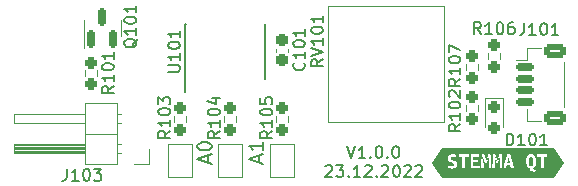
<source format=gbr>
%TF.GenerationSoftware,KiCad,Pcbnew,(6.0.10-0)*%
%TF.CreationDate,2022-12-23T16:53:29-05:00*%
%TF.ProjectId,LCD-StemmaQT,4c43442d-5374-4656-9d6d-6151542e6b69,1.0.0*%
%TF.SameCoordinates,Original*%
%TF.FileFunction,Legend,Top*%
%TF.FilePolarity,Positive*%
%FSLAX46Y46*%
G04 Gerber Fmt 4.6, Leading zero omitted, Abs format (unit mm)*
G04 Created by KiCad (PCBNEW (6.0.10-0)) date 2022-12-23 16:53:29*
%MOMM*%
%LPD*%
G01*
G04 APERTURE LIST*
G04 Aperture macros list*
%AMRoundRect*
0 Rectangle with rounded corners*
0 $1 Rounding radius*
0 $2 $3 $4 $5 $6 $7 $8 $9 X,Y pos of 4 corners*
0 Add a 4 corners polygon primitive as box body*
4,1,4,$2,$3,$4,$5,$6,$7,$8,$9,$2,$3,0*
0 Add four circle primitives for the rounded corners*
1,1,$1+$1,$2,$3*
1,1,$1+$1,$4,$5*
1,1,$1+$1,$6,$7*
1,1,$1+$1,$8,$9*
0 Add four rect primitives between the rounded corners*
20,1,$1+$1,$2,$3,$4,$5,0*
20,1,$1+$1,$4,$5,$6,$7,0*
20,1,$1+$1,$6,$7,$8,$9,0*
20,1,$1+$1,$8,$9,$2,$3,0*%
%AMFreePoly0*
4,1,6,1.000000,0.000000,0.500000,-0.750000,-0.500000,-0.750000,-0.500000,0.750000,0.500000,0.750000,1.000000,0.000000,1.000000,0.000000,$1*%
%AMFreePoly1*
4,1,6,0.500000,-0.750000,-0.650000,-0.750000,-0.150000,0.000000,-0.650000,0.750000,0.500000,0.750000,0.500000,-0.750000,0.500000,-0.750000,$1*%
G04 Aperture macros list end*
%ADD10C,0.150000*%
%ADD11C,0.200000*%
%ADD12C,0.120000*%
%ADD13R,0.400000X1.000000*%
%ADD14FreePoly0,90.000000*%
%ADD15FreePoly1,90.000000*%
%ADD16RoundRect,0.237500X0.237500X-0.300000X0.237500X0.300000X-0.237500X0.300000X-0.237500X-0.300000X0*%
%ADD17RoundRect,0.237500X-0.237500X0.250000X-0.237500X-0.250000X0.237500X-0.250000X0.237500X0.250000X0*%
%ADD18C,1.440000*%
%ADD19RoundRect,0.150000X-0.625000X0.150000X-0.625000X-0.150000X0.625000X-0.150000X0.625000X0.150000X0*%
%ADD20RoundRect,0.250000X-0.650000X0.350000X-0.650000X-0.350000X0.650000X-0.350000X0.650000X0.350000X0*%
%ADD21RoundRect,0.237500X-0.237500X0.287500X-0.237500X-0.287500X0.237500X-0.287500X0.237500X0.287500X0*%
%ADD22RoundRect,0.150000X0.150000X-0.587500X0.150000X0.587500X-0.150000X0.587500X-0.150000X-0.587500X0*%
%ADD23RoundRect,0.237500X0.237500X-0.250000X0.237500X0.250000X-0.237500X0.250000X-0.237500X-0.250000X0*%
%ADD24R,1.700000X1.700000*%
%ADD25O,1.700000X1.700000*%
G04 APERTURE END LIST*
D10*
X157661904Y-98122380D02*
X157995238Y-99122380D01*
X158328571Y-98122380D01*
X159185714Y-99122380D02*
X158614285Y-99122380D01*
X158900000Y-99122380D02*
X158900000Y-98122380D01*
X158804761Y-98265238D01*
X158709523Y-98360476D01*
X158614285Y-98408095D01*
X159614285Y-99027142D02*
X159661904Y-99074761D01*
X159614285Y-99122380D01*
X159566666Y-99074761D01*
X159614285Y-99027142D01*
X159614285Y-99122380D01*
X160280952Y-98122380D02*
X160376190Y-98122380D01*
X160471428Y-98170000D01*
X160519047Y-98217619D01*
X160566666Y-98312857D01*
X160614285Y-98503333D01*
X160614285Y-98741428D01*
X160566666Y-98931904D01*
X160519047Y-99027142D01*
X160471428Y-99074761D01*
X160376190Y-99122380D01*
X160280952Y-99122380D01*
X160185714Y-99074761D01*
X160138095Y-99027142D01*
X160090476Y-98931904D01*
X160042857Y-98741428D01*
X160042857Y-98503333D01*
X160090476Y-98312857D01*
X160138095Y-98217619D01*
X160185714Y-98170000D01*
X160280952Y-98122380D01*
X161042857Y-99027142D02*
X161090476Y-99074761D01*
X161042857Y-99122380D01*
X160995238Y-99074761D01*
X161042857Y-99027142D01*
X161042857Y-99122380D01*
X161709523Y-98122380D02*
X161804761Y-98122380D01*
X161900000Y-98170000D01*
X161947619Y-98217619D01*
X161995238Y-98312857D01*
X162042857Y-98503333D01*
X162042857Y-98741428D01*
X161995238Y-98931904D01*
X161947619Y-99027142D01*
X161900000Y-99074761D01*
X161804761Y-99122380D01*
X161709523Y-99122380D01*
X161614285Y-99074761D01*
X161566666Y-99027142D01*
X161519047Y-98931904D01*
X161471428Y-98741428D01*
X161471428Y-98503333D01*
X161519047Y-98312857D01*
X161566666Y-98217619D01*
X161614285Y-98170000D01*
X161709523Y-98122380D01*
X155804761Y-99827619D02*
X155852380Y-99780000D01*
X155947619Y-99732380D01*
X156185714Y-99732380D01*
X156280952Y-99780000D01*
X156328571Y-99827619D01*
X156376190Y-99922857D01*
X156376190Y-100018095D01*
X156328571Y-100160952D01*
X155757142Y-100732380D01*
X156376190Y-100732380D01*
X156709523Y-99732380D02*
X157328571Y-99732380D01*
X156995238Y-100113333D01*
X157138095Y-100113333D01*
X157233333Y-100160952D01*
X157280952Y-100208571D01*
X157328571Y-100303809D01*
X157328571Y-100541904D01*
X157280952Y-100637142D01*
X157233333Y-100684761D01*
X157138095Y-100732380D01*
X156852380Y-100732380D01*
X156757142Y-100684761D01*
X156709523Y-100637142D01*
X157757142Y-100637142D02*
X157804761Y-100684761D01*
X157757142Y-100732380D01*
X157709523Y-100684761D01*
X157757142Y-100637142D01*
X157757142Y-100732380D01*
X158757142Y-100732380D02*
X158185714Y-100732380D01*
X158471428Y-100732380D02*
X158471428Y-99732380D01*
X158376190Y-99875238D01*
X158280952Y-99970476D01*
X158185714Y-100018095D01*
X159138095Y-99827619D02*
X159185714Y-99780000D01*
X159280952Y-99732380D01*
X159519047Y-99732380D01*
X159614285Y-99780000D01*
X159661904Y-99827619D01*
X159709523Y-99922857D01*
X159709523Y-100018095D01*
X159661904Y-100160952D01*
X159090476Y-100732380D01*
X159709523Y-100732380D01*
X160138095Y-100637142D02*
X160185714Y-100684761D01*
X160138095Y-100732380D01*
X160090476Y-100684761D01*
X160138095Y-100637142D01*
X160138095Y-100732380D01*
X160566666Y-99827619D02*
X160614285Y-99780000D01*
X160709523Y-99732380D01*
X160947619Y-99732380D01*
X161042857Y-99780000D01*
X161090476Y-99827619D01*
X161138095Y-99922857D01*
X161138095Y-100018095D01*
X161090476Y-100160952D01*
X160519047Y-100732380D01*
X161138095Y-100732380D01*
X161757142Y-99732380D02*
X161852380Y-99732380D01*
X161947619Y-99780000D01*
X161995238Y-99827619D01*
X162042857Y-99922857D01*
X162090476Y-100113333D01*
X162090476Y-100351428D01*
X162042857Y-100541904D01*
X161995238Y-100637142D01*
X161947619Y-100684761D01*
X161852380Y-100732380D01*
X161757142Y-100732380D01*
X161661904Y-100684761D01*
X161614285Y-100637142D01*
X161566666Y-100541904D01*
X161519047Y-100351428D01*
X161519047Y-100113333D01*
X161566666Y-99922857D01*
X161614285Y-99827619D01*
X161661904Y-99780000D01*
X161757142Y-99732380D01*
X162471428Y-99827619D02*
X162519047Y-99780000D01*
X162614285Y-99732380D01*
X162852380Y-99732380D01*
X162947619Y-99780000D01*
X162995238Y-99827619D01*
X163042857Y-99922857D01*
X163042857Y-100018095D01*
X162995238Y-100160952D01*
X162423809Y-100732380D01*
X163042857Y-100732380D01*
X163423809Y-99827619D02*
X163471428Y-99780000D01*
X163566666Y-99732380D01*
X163804761Y-99732380D01*
X163900000Y-99780000D01*
X163947619Y-99827619D01*
X163995238Y-99922857D01*
X163995238Y-100018095D01*
X163947619Y-100160952D01*
X163376190Y-100732380D01*
X163995238Y-100732380D01*
D11*
X150175000Y-99482142D02*
X150175000Y-98910714D01*
X150517857Y-99596428D02*
X149317857Y-99196428D01*
X150517857Y-98796428D01*
X150517857Y-97767857D02*
X150517857Y-98453571D01*
X150517857Y-98110714D02*
X149317857Y-98110714D01*
X149489285Y-98225000D01*
X149603571Y-98339285D01*
X149660714Y-98453571D01*
X145825000Y-99507142D02*
X145825000Y-98935714D01*
X146167857Y-99621428D02*
X144967857Y-99221428D01*
X146167857Y-98821428D01*
X144967857Y-98192857D02*
X144967857Y-98078571D01*
X145025000Y-97964285D01*
X145082142Y-97907142D01*
X145196428Y-97850000D01*
X145425000Y-97792857D01*
X145710714Y-97792857D01*
X145939285Y-97850000D01*
X146053571Y-97907142D01*
X146110714Y-97964285D01*
X146167857Y-98078571D01*
X146167857Y-98192857D01*
X146110714Y-98307142D01*
X146053571Y-98364285D01*
X145939285Y-98421428D01*
X145710714Y-98478571D01*
X145425000Y-98478571D01*
X145196428Y-98421428D01*
X145082142Y-98364285D01*
X145025000Y-98307142D01*
X144967857Y-98192857D01*
D10*
%TO.C,U101*%
X142477380Y-91814285D02*
X143286904Y-91814285D01*
X143382142Y-91766666D01*
X143429761Y-91719047D01*
X143477380Y-91623809D01*
X143477380Y-91433333D01*
X143429761Y-91338095D01*
X143382142Y-91290476D01*
X143286904Y-91242857D01*
X142477380Y-91242857D01*
X143477380Y-90242857D02*
X143477380Y-90814285D01*
X143477380Y-90528571D02*
X142477380Y-90528571D01*
X142620238Y-90623809D01*
X142715476Y-90719047D01*
X142763095Y-90814285D01*
X142477380Y-89623809D02*
X142477380Y-89528571D01*
X142525000Y-89433333D01*
X142572619Y-89385714D01*
X142667857Y-89338095D01*
X142858333Y-89290476D01*
X143096428Y-89290476D01*
X143286904Y-89338095D01*
X143382142Y-89385714D01*
X143429761Y-89433333D01*
X143477380Y-89528571D01*
X143477380Y-89623809D01*
X143429761Y-89719047D01*
X143382142Y-89766666D01*
X143286904Y-89814285D01*
X143096428Y-89861904D01*
X142858333Y-89861904D01*
X142667857Y-89814285D01*
X142572619Y-89766666D01*
X142525000Y-89719047D01*
X142477380Y-89623809D01*
X143477380Y-88338095D02*
X143477380Y-88909523D01*
X143477380Y-88623809D02*
X142477380Y-88623809D01*
X142620238Y-88719047D01*
X142715476Y-88814285D01*
X142763095Y-88909523D01*
%TO.C,C101*%
X153957142Y-91069047D02*
X154004761Y-91116666D01*
X154052380Y-91259523D01*
X154052380Y-91354761D01*
X154004761Y-91497619D01*
X153909523Y-91592857D01*
X153814285Y-91640476D01*
X153623809Y-91688095D01*
X153480952Y-91688095D01*
X153290476Y-91640476D01*
X153195238Y-91592857D01*
X153100000Y-91497619D01*
X153052380Y-91354761D01*
X153052380Y-91259523D01*
X153100000Y-91116666D01*
X153147619Y-91069047D01*
X154052380Y-90116666D02*
X154052380Y-90688095D01*
X154052380Y-90402380D02*
X153052380Y-90402380D01*
X153195238Y-90497619D01*
X153290476Y-90592857D01*
X153338095Y-90688095D01*
X153052380Y-89497619D02*
X153052380Y-89402380D01*
X153100000Y-89307142D01*
X153147619Y-89259523D01*
X153242857Y-89211904D01*
X153433333Y-89164285D01*
X153671428Y-89164285D01*
X153861904Y-89211904D01*
X153957142Y-89259523D01*
X154004761Y-89307142D01*
X154052380Y-89402380D01*
X154052380Y-89497619D01*
X154004761Y-89592857D01*
X153957142Y-89640476D01*
X153861904Y-89688095D01*
X153671428Y-89735714D01*
X153433333Y-89735714D01*
X153242857Y-89688095D01*
X153147619Y-89640476D01*
X153100000Y-89592857D01*
X153052380Y-89497619D01*
X154052380Y-88211904D02*
X154052380Y-88783333D01*
X154052380Y-88497619D02*
X153052380Y-88497619D01*
X153195238Y-88592857D01*
X153290476Y-88688095D01*
X153338095Y-88783333D01*
%TO.C,R102*%
X167227380Y-96244047D02*
X166751190Y-96577380D01*
X167227380Y-96815476D02*
X166227380Y-96815476D01*
X166227380Y-96434523D01*
X166275000Y-96339285D01*
X166322619Y-96291666D01*
X166417857Y-96244047D01*
X166560714Y-96244047D01*
X166655952Y-96291666D01*
X166703571Y-96339285D01*
X166751190Y-96434523D01*
X166751190Y-96815476D01*
X167227380Y-95291666D02*
X167227380Y-95863095D01*
X167227380Y-95577380D02*
X166227380Y-95577380D01*
X166370238Y-95672619D01*
X166465476Y-95767857D01*
X166513095Y-95863095D01*
X166227380Y-94672619D02*
X166227380Y-94577380D01*
X166275000Y-94482142D01*
X166322619Y-94434523D01*
X166417857Y-94386904D01*
X166608333Y-94339285D01*
X166846428Y-94339285D01*
X167036904Y-94386904D01*
X167132142Y-94434523D01*
X167179761Y-94482142D01*
X167227380Y-94577380D01*
X167227380Y-94672619D01*
X167179761Y-94767857D01*
X167132142Y-94815476D01*
X167036904Y-94863095D01*
X166846428Y-94910714D01*
X166608333Y-94910714D01*
X166417857Y-94863095D01*
X166322619Y-94815476D01*
X166275000Y-94767857D01*
X166227380Y-94672619D01*
X166322619Y-93958333D02*
X166275000Y-93910714D01*
X166227380Y-93815476D01*
X166227380Y-93577380D01*
X166275000Y-93482142D01*
X166322619Y-93434523D01*
X166417857Y-93386904D01*
X166513095Y-93386904D01*
X166655952Y-93434523D01*
X167227380Y-94005952D01*
X167227380Y-93386904D01*
%TO.C,R107*%
X167227380Y-92419047D02*
X166751190Y-92752380D01*
X167227380Y-92990476D02*
X166227380Y-92990476D01*
X166227380Y-92609523D01*
X166275000Y-92514285D01*
X166322619Y-92466666D01*
X166417857Y-92419047D01*
X166560714Y-92419047D01*
X166655952Y-92466666D01*
X166703571Y-92514285D01*
X166751190Y-92609523D01*
X166751190Y-92990476D01*
X167227380Y-91466666D02*
X167227380Y-92038095D01*
X167227380Y-91752380D02*
X166227380Y-91752380D01*
X166370238Y-91847619D01*
X166465476Y-91942857D01*
X166513095Y-92038095D01*
X166227380Y-90847619D02*
X166227380Y-90752380D01*
X166275000Y-90657142D01*
X166322619Y-90609523D01*
X166417857Y-90561904D01*
X166608333Y-90514285D01*
X166846428Y-90514285D01*
X167036904Y-90561904D01*
X167132142Y-90609523D01*
X167179761Y-90657142D01*
X167227380Y-90752380D01*
X167227380Y-90847619D01*
X167179761Y-90942857D01*
X167132142Y-90990476D01*
X167036904Y-91038095D01*
X166846428Y-91085714D01*
X166608333Y-91085714D01*
X166417857Y-91038095D01*
X166322619Y-90990476D01*
X166275000Y-90942857D01*
X166227380Y-90847619D01*
X166227380Y-90180952D02*
X166227380Y-89514285D01*
X167227380Y-89942857D01*
%TO.C,R103*%
X142652380Y-96819047D02*
X142176190Y-97152380D01*
X142652380Y-97390476D02*
X141652380Y-97390476D01*
X141652380Y-97009523D01*
X141700000Y-96914285D01*
X141747619Y-96866666D01*
X141842857Y-96819047D01*
X141985714Y-96819047D01*
X142080952Y-96866666D01*
X142128571Y-96914285D01*
X142176190Y-97009523D01*
X142176190Y-97390476D01*
X142652380Y-95866666D02*
X142652380Y-96438095D01*
X142652380Y-96152380D02*
X141652380Y-96152380D01*
X141795238Y-96247619D01*
X141890476Y-96342857D01*
X141938095Y-96438095D01*
X141652380Y-95247619D02*
X141652380Y-95152380D01*
X141700000Y-95057142D01*
X141747619Y-95009523D01*
X141842857Y-94961904D01*
X142033333Y-94914285D01*
X142271428Y-94914285D01*
X142461904Y-94961904D01*
X142557142Y-95009523D01*
X142604761Y-95057142D01*
X142652380Y-95152380D01*
X142652380Y-95247619D01*
X142604761Y-95342857D01*
X142557142Y-95390476D01*
X142461904Y-95438095D01*
X142271428Y-95485714D01*
X142033333Y-95485714D01*
X141842857Y-95438095D01*
X141747619Y-95390476D01*
X141700000Y-95342857D01*
X141652380Y-95247619D01*
X141652380Y-94580952D02*
X141652380Y-93961904D01*
X142033333Y-94295238D01*
X142033333Y-94152380D01*
X142080952Y-94057142D01*
X142128571Y-94009523D01*
X142223809Y-93961904D01*
X142461904Y-93961904D01*
X142557142Y-94009523D01*
X142604761Y-94057142D01*
X142652380Y-94152380D01*
X142652380Y-94438095D01*
X142604761Y-94533333D01*
X142557142Y-94580952D01*
%TO.C,RV101*%
X155577380Y-90772619D02*
X155101190Y-91105952D01*
X155577380Y-91344047D02*
X154577380Y-91344047D01*
X154577380Y-90963095D01*
X154625000Y-90867857D01*
X154672619Y-90820238D01*
X154767857Y-90772619D01*
X154910714Y-90772619D01*
X155005952Y-90820238D01*
X155053571Y-90867857D01*
X155101190Y-90963095D01*
X155101190Y-91344047D01*
X154577380Y-90486904D02*
X155577380Y-90153571D01*
X154577380Y-89820238D01*
X155577380Y-88963095D02*
X155577380Y-89534523D01*
X155577380Y-89248809D02*
X154577380Y-89248809D01*
X154720238Y-89344047D01*
X154815476Y-89439285D01*
X154863095Y-89534523D01*
X154577380Y-88344047D02*
X154577380Y-88248809D01*
X154625000Y-88153571D01*
X154672619Y-88105952D01*
X154767857Y-88058333D01*
X154958333Y-88010714D01*
X155196428Y-88010714D01*
X155386904Y-88058333D01*
X155482142Y-88105952D01*
X155529761Y-88153571D01*
X155577380Y-88248809D01*
X155577380Y-88344047D01*
X155529761Y-88439285D01*
X155482142Y-88486904D01*
X155386904Y-88534523D01*
X155196428Y-88582142D01*
X154958333Y-88582142D01*
X154767857Y-88534523D01*
X154672619Y-88486904D01*
X154625000Y-88439285D01*
X154577380Y-88344047D01*
X155577380Y-87058333D02*
X155577380Y-87629761D01*
X155577380Y-87344047D02*
X154577380Y-87344047D01*
X154720238Y-87439285D01*
X154815476Y-87534523D01*
X154863095Y-87629761D01*
%TO.C,J101*%
X172614285Y-87702380D02*
X172614285Y-88416666D01*
X172566666Y-88559523D01*
X172471428Y-88654761D01*
X172328571Y-88702380D01*
X172233333Y-88702380D01*
X173614285Y-88702380D02*
X173042857Y-88702380D01*
X173328571Y-88702380D02*
X173328571Y-87702380D01*
X173233333Y-87845238D01*
X173138095Y-87940476D01*
X173042857Y-87988095D01*
X174233333Y-87702380D02*
X174328571Y-87702380D01*
X174423809Y-87750000D01*
X174471428Y-87797619D01*
X174519047Y-87892857D01*
X174566666Y-88083333D01*
X174566666Y-88321428D01*
X174519047Y-88511904D01*
X174471428Y-88607142D01*
X174423809Y-88654761D01*
X174328571Y-88702380D01*
X174233333Y-88702380D01*
X174138095Y-88654761D01*
X174090476Y-88607142D01*
X174042857Y-88511904D01*
X173995238Y-88321428D01*
X173995238Y-88083333D01*
X174042857Y-87892857D01*
X174090476Y-87797619D01*
X174138095Y-87750000D01*
X174233333Y-87702380D01*
X175519047Y-88702380D02*
X174947619Y-88702380D01*
X175233333Y-88702380D02*
X175233333Y-87702380D01*
X175138095Y-87845238D01*
X175042857Y-87940476D01*
X174947619Y-87988095D01*
%TO.C,D101*%
X171134523Y-98052380D02*
X171134523Y-97052380D01*
X171372619Y-97052380D01*
X171515476Y-97100000D01*
X171610714Y-97195238D01*
X171658333Y-97290476D01*
X171705952Y-97480952D01*
X171705952Y-97623809D01*
X171658333Y-97814285D01*
X171610714Y-97909523D01*
X171515476Y-98004761D01*
X171372619Y-98052380D01*
X171134523Y-98052380D01*
X172658333Y-98052380D02*
X172086904Y-98052380D01*
X172372619Y-98052380D02*
X172372619Y-97052380D01*
X172277380Y-97195238D01*
X172182142Y-97290476D01*
X172086904Y-97338095D01*
X173277380Y-97052380D02*
X173372619Y-97052380D01*
X173467857Y-97100000D01*
X173515476Y-97147619D01*
X173563095Y-97242857D01*
X173610714Y-97433333D01*
X173610714Y-97671428D01*
X173563095Y-97861904D01*
X173515476Y-97957142D01*
X173467857Y-98004761D01*
X173372619Y-98052380D01*
X173277380Y-98052380D01*
X173182142Y-98004761D01*
X173134523Y-97957142D01*
X173086904Y-97861904D01*
X173039285Y-97671428D01*
X173039285Y-97433333D01*
X173086904Y-97242857D01*
X173134523Y-97147619D01*
X173182142Y-97100000D01*
X173277380Y-97052380D01*
X174563095Y-98052380D02*
X173991666Y-98052380D01*
X174277380Y-98052380D02*
X174277380Y-97052380D01*
X174182142Y-97195238D01*
X174086904Y-97290476D01*
X173991666Y-97338095D01*
%TO.C,Q101*%
X139872619Y-89022619D02*
X139825000Y-89117857D01*
X139729761Y-89213095D01*
X139586904Y-89355952D01*
X139539285Y-89451190D01*
X139539285Y-89546428D01*
X139777380Y-89498809D02*
X139729761Y-89594047D01*
X139634523Y-89689285D01*
X139444047Y-89736904D01*
X139110714Y-89736904D01*
X138920238Y-89689285D01*
X138825000Y-89594047D01*
X138777380Y-89498809D01*
X138777380Y-89308333D01*
X138825000Y-89213095D01*
X138920238Y-89117857D01*
X139110714Y-89070238D01*
X139444047Y-89070238D01*
X139634523Y-89117857D01*
X139729761Y-89213095D01*
X139777380Y-89308333D01*
X139777380Y-89498809D01*
X139777380Y-88117857D02*
X139777380Y-88689285D01*
X139777380Y-88403571D02*
X138777380Y-88403571D01*
X138920238Y-88498809D01*
X139015476Y-88594047D01*
X139063095Y-88689285D01*
X138777380Y-87498809D02*
X138777380Y-87403571D01*
X138825000Y-87308333D01*
X138872619Y-87260714D01*
X138967857Y-87213095D01*
X139158333Y-87165476D01*
X139396428Y-87165476D01*
X139586904Y-87213095D01*
X139682142Y-87260714D01*
X139729761Y-87308333D01*
X139777380Y-87403571D01*
X139777380Y-87498809D01*
X139729761Y-87594047D01*
X139682142Y-87641666D01*
X139586904Y-87689285D01*
X139396428Y-87736904D01*
X139158333Y-87736904D01*
X138967857Y-87689285D01*
X138872619Y-87641666D01*
X138825000Y-87594047D01*
X138777380Y-87498809D01*
X139777380Y-86213095D02*
X139777380Y-86784523D01*
X139777380Y-86498809D02*
X138777380Y-86498809D01*
X138920238Y-86594047D01*
X139015476Y-86689285D01*
X139063095Y-86784523D01*
%TO.C,R101*%
X137877380Y-93019047D02*
X137401190Y-93352380D01*
X137877380Y-93590476D02*
X136877380Y-93590476D01*
X136877380Y-93209523D01*
X136925000Y-93114285D01*
X136972619Y-93066666D01*
X137067857Y-93019047D01*
X137210714Y-93019047D01*
X137305952Y-93066666D01*
X137353571Y-93114285D01*
X137401190Y-93209523D01*
X137401190Y-93590476D01*
X137877380Y-92066666D02*
X137877380Y-92638095D01*
X137877380Y-92352380D02*
X136877380Y-92352380D01*
X137020238Y-92447619D01*
X137115476Y-92542857D01*
X137163095Y-92638095D01*
X136877380Y-91447619D02*
X136877380Y-91352380D01*
X136925000Y-91257142D01*
X136972619Y-91209523D01*
X137067857Y-91161904D01*
X137258333Y-91114285D01*
X137496428Y-91114285D01*
X137686904Y-91161904D01*
X137782142Y-91209523D01*
X137829761Y-91257142D01*
X137877380Y-91352380D01*
X137877380Y-91447619D01*
X137829761Y-91542857D01*
X137782142Y-91590476D01*
X137686904Y-91638095D01*
X137496428Y-91685714D01*
X137258333Y-91685714D01*
X137067857Y-91638095D01*
X136972619Y-91590476D01*
X136925000Y-91542857D01*
X136877380Y-91447619D01*
X137877380Y-90161904D02*
X137877380Y-90733333D01*
X137877380Y-90447619D02*
X136877380Y-90447619D01*
X137020238Y-90542857D01*
X137115476Y-90638095D01*
X137163095Y-90733333D01*
%TO.C,R105*%
X151302380Y-96844047D02*
X150826190Y-97177380D01*
X151302380Y-97415476D02*
X150302380Y-97415476D01*
X150302380Y-97034523D01*
X150350000Y-96939285D01*
X150397619Y-96891666D01*
X150492857Y-96844047D01*
X150635714Y-96844047D01*
X150730952Y-96891666D01*
X150778571Y-96939285D01*
X150826190Y-97034523D01*
X150826190Y-97415476D01*
X151302380Y-95891666D02*
X151302380Y-96463095D01*
X151302380Y-96177380D02*
X150302380Y-96177380D01*
X150445238Y-96272619D01*
X150540476Y-96367857D01*
X150588095Y-96463095D01*
X150302380Y-95272619D02*
X150302380Y-95177380D01*
X150350000Y-95082142D01*
X150397619Y-95034523D01*
X150492857Y-94986904D01*
X150683333Y-94939285D01*
X150921428Y-94939285D01*
X151111904Y-94986904D01*
X151207142Y-95034523D01*
X151254761Y-95082142D01*
X151302380Y-95177380D01*
X151302380Y-95272619D01*
X151254761Y-95367857D01*
X151207142Y-95415476D01*
X151111904Y-95463095D01*
X150921428Y-95510714D01*
X150683333Y-95510714D01*
X150492857Y-95463095D01*
X150397619Y-95415476D01*
X150350000Y-95367857D01*
X150302380Y-95272619D01*
X150302380Y-94034523D02*
X150302380Y-94510714D01*
X150778571Y-94558333D01*
X150730952Y-94510714D01*
X150683333Y-94415476D01*
X150683333Y-94177380D01*
X150730952Y-94082142D01*
X150778571Y-94034523D01*
X150873809Y-93986904D01*
X151111904Y-93986904D01*
X151207142Y-94034523D01*
X151254761Y-94082142D01*
X151302380Y-94177380D01*
X151302380Y-94415476D01*
X151254761Y-94510714D01*
X151207142Y-94558333D01*
%TO.C,R106*%
X168955952Y-88627380D02*
X168622619Y-88151190D01*
X168384523Y-88627380D02*
X168384523Y-87627380D01*
X168765476Y-87627380D01*
X168860714Y-87675000D01*
X168908333Y-87722619D01*
X168955952Y-87817857D01*
X168955952Y-87960714D01*
X168908333Y-88055952D01*
X168860714Y-88103571D01*
X168765476Y-88151190D01*
X168384523Y-88151190D01*
X169908333Y-88627380D02*
X169336904Y-88627380D01*
X169622619Y-88627380D02*
X169622619Y-87627380D01*
X169527380Y-87770238D01*
X169432142Y-87865476D01*
X169336904Y-87913095D01*
X170527380Y-87627380D02*
X170622619Y-87627380D01*
X170717857Y-87675000D01*
X170765476Y-87722619D01*
X170813095Y-87817857D01*
X170860714Y-88008333D01*
X170860714Y-88246428D01*
X170813095Y-88436904D01*
X170765476Y-88532142D01*
X170717857Y-88579761D01*
X170622619Y-88627380D01*
X170527380Y-88627380D01*
X170432142Y-88579761D01*
X170384523Y-88532142D01*
X170336904Y-88436904D01*
X170289285Y-88246428D01*
X170289285Y-88008333D01*
X170336904Y-87817857D01*
X170384523Y-87722619D01*
X170432142Y-87675000D01*
X170527380Y-87627380D01*
X171717857Y-87627380D02*
X171527380Y-87627380D01*
X171432142Y-87675000D01*
X171384523Y-87722619D01*
X171289285Y-87865476D01*
X171241666Y-88055952D01*
X171241666Y-88436904D01*
X171289285Y-88532142D01*
X171336904Y-88579761D01*
X171432142Y-88627380D01*
X171622619Y-88627380D01*
X171717857Y-88579761D01*
X171765476Y-88532142D01*
X171813095Y-88436904D01*
X171813095Y-88198809D01*
X171765476Y-88103571D01*
X171717857Y-88055952D01*
X171622619Y-88008333D01*
X171432142Y-88008333D01*
X171336904Y-88055952D01*
X171289285Y-88103571D01*
X171241666Y-88198809D01*
%TO.C,R104*%
X146852380Y-96844047D02*
X146376190Y-97177380D01*
X146852380Y-97415476D02*
X145852380Y-97415476D01*
X145852380Y-97034523D01*
X145900000Y-96939285D01*
X145947619Y-96891666D01*
X146042857Y-96844047D01*
X146185714Y-96844047D01*
X146280952Y-96891666D01*
X146328571Y-96939285D01*
X146376190Y-97034523D01*
X146376190Y-97415476D01*
X146852380Y-95891666D02*
X146852380Y-96463095D01*
X146852380Y-96177380D02*
X145852380Y-96177380D01*
X145995238Y-96272619D01*
X146090476Y-96367857D01*
X146138095Y-96463095D01*
X145852380Y-95272619D02*
X145852380Y-95177380D01*
X145900000Y-95082142D01*
X145947619Y-95034523D01*
X146042857Y-94986904D01*
X146233333Y-94939285D01*
X146471428Y-94939285D01*
X146661904Y-94986904D01*
X146757142Y-95034523D01*
X146804761Y-95082142D01*
X146852380Y-95177380D01*
X146852380Y-95272619D01*
X146804761Y-95367857D01*
X146757142Y-95415476D01*
X146661904Y-95463095D01*
X146471428Y-95510714D01*
X146233333Y-95510714D01*
X146042857Y-95463095D01*
X145947619Y-95415476D01*
X145900000Y-95367857D01*
X145852380Y-95272619D01*
X146185714Y-94082142D02*
X146852380Y-94082142D01*
X145804761Y-94320238D02*
X146519047Y-94558333D01*
X146519047Y-93939285D01*
%TO.C,J103*%
X133904285Y-100040723D02*
X133904285Y-100755009D01*
X133856666Y-100897866D01*
X133761428Y-100993104D01*
X133618571Y-101040723D01*
X133523333Y-101040723D01*
X134904285Y-101040723D02*
X134332857Y-101040723D01*
X134618571Y-101040723D02*
X134618571Y-100040723D01*
X134523333Y-100183581D01*
X134428095Y-100278819D01*
X134332857Y-100326438D01*
X135523333Y-100040723D02*
X135618571Y-100040723D01*
X135713809Y-100088343D01*
X135761428Y-100135962D01*
X135809047Y-100231200D01*
X135856666Y-100421676D01*
X135856666Y-100659771D01*
X135809047Y-100850247D01*
X135761428Y-100945485D01*
X135713809Y-100993104D01*
X135618571Y-101040723D01*
X135523333Y-101040723D01*
X135428095Y-100993104D01*
X135380476Y-100945485D01*
X135332857Y-100850247D01*
X135285238Y-100659771D01*
X135285238Y-100421676D01*
X135332857Y-100231200D01*
X135380476Y-100135962D01*
X135428095Y-100088343D01*
X135523333Y-100040723D01*
X136190000Y-100040723D02*
X136809047Y-100040723D01*
X136475714Y-100421676D01*
X136618571Y-100421676D01*
X136713809Y-100469295D01*
X136761428Y-100516914D01*
X136809047Y-100612152D01*
X136809047Y-100850247D01*
X136761428Y-100945485D01*
X136713809Y-100993104D01*
X136618571Y-101040723D01*
X136332857Y-101040723D01*
X136237619Y-100993104D01*
X136190000Y-100945485D01*
%TO.C,U101*%
X143875000Y-93500000D02*
X143875000Y-87775000D01*
X150700000Y-92425000D02*
X150675000Y-92425000D01*
X150700000Y-92425000D02*
X150700000Y-87775000D01*
X143875000Y-87775000D02*
X143975000Y-87775000D01*
X150700000Y-87775000D02*
X150675000Y-87775000D01*
D12*
%TO.C,JP102*%
X148700000Y-97900000D02*
X148700000Y-100700000D01*
X148700000Y-100700000D02*
X146700000Y-100700000D01*
X146700000Y-100700000D02*
X146700000Y-97900000D01*
X146700000Y-97900000D02*
X148700000Y-97900000D01*
%TO.C,C101*%
X152635000Y-90146267D02*
X152635000Y-89853733D01*
X151615000Y-90146267D02*
X151615000Y-89853733D01*
%TO.C,R102*%
X167702500Y-94620276D02*
X167702500Y-95129724D01*
X168747500Y-94620276D02*
X168747500Y-95129724D01*
%TO.C,JP101*%
X144500000Y-97900000D02*
X144500000Y-100700000D01*
X144500000Y-100700000D02*
X142500000Y-100700000D01*
X142500000Y-97900000D02*
X144500000Y-97900000D01*
X142500000Y-100700000D02*
X142500000Y-97900000D01*
%TO.C,R107*%
X168747500Y-91170276D02*
X168747500Y-91679724D01*
X167702500Y-91170276D02*
X167702500Y-91679724D01*
%TO.C,R103*%
X142977500Y-95545276D02*
X142977500Y-96054724D01*
X144022500Y-95545276D02*
X144022500Y-96054724D01*
%TO.C,RV101*%
X156040000Y-96035000D02*
X156040000Y-86265000D01*
X165810000Y-96035000D02*
X165810000Y-86265000D01*
X165810000Y-96035000D02*
X156040000Y-96035000D01*
X165810000Y-86265000D02*
X156040000Y-86265000D01*
%TO.C,J101*%
X172890000Y-96010000D02*
X172890000Y-94960000D01*
X174040000Y-96010000D02*
X172890000Y-96010000D01*
X172890000Y-90840000D02*
X171900000Y-90840000D01*
X174040000Y-89790000D02*
X172890000Y-89790000D01*
X172890000Y-89790000D02*
X172890000Y-90840000D01*
X176010000Y-90960000D02*
X176010000Y-94840000D01*
%TO.C,D101*%
X169340000Y-94040000D02*
X169340000Y-96500000D01*
X170810000Y-96500000D02*
X170810000Y-94040000D01*
X170810000Y-94040000D02*
X169340000Y-94040000D01*
%TO.C,Q101*%
X135340000Y-88112500D02*
X135340000Y-89787500D01*
X138460000Y-88112500D02*
X138460000Y-87462500D01*
X135340000Y-88112500D02*
X135340000Y-87462500D01*
X138460000Y-88112500D02*
X138460000Y-88762500D01*
%TO.C,R101*%
X135427500Y-92217224D02*
X135427500Y-91707776D01*
X136472500Y-92217224D02*
X136472500Y-91707776D01*
%TO.C,R105*%
X151627500Y-95545276D02*
X151627500Y-96054724D01*
X152672500Y-95545276D02*
X152672500Y-96054724D01*
%TO.C,R106*%
X169552500Y-90220276D02*
X169552500Y-90729724D01*
X170597500Y-90220276D02*
X170597500Y-90729724D01*
%TO.C,R104*%
X147177500Y-95545276D02*
X147177500Y-96054724D01*
X148222500Y-95545276D02*
X148222500Y-96054724D01*
%TO.C,J103*%
X140845000Y-98318343D02*
X140845000Y-99588343D01*
X138135000Y-99648343D02*
X138135000Y-94448343D01*
X138135000Y-94448343D02*
X135475000Y-94448343D01*
X135475000Y-96158343D02*
X129475000Y-96158343D01*
X135475000Y-99648343D02*
X138135000Y-99648343D01*
X135475000Y-98698343D02*
X129475000Y-98698343D01*
X129475000Y-97938343D02*
X135475000Y-97938343D01*
X135475000Y-98638343D02*
X129475000Y-98638343D01*
X135475000Y-98518343D02*
X129475000Y-98518343D01*
X138465000Y-98698343D02*
X138135000Y-98698343D01*
X138532071Y-95398343D02*
X138135000Y-95398343D01*
X140845000Y-99588343D02*
X139575000Y-99588343D01*
X138465000Y-97938343D02*
X138135000Y-97938343D01*
X135475000Y-98278343D02*
X129475000Y-98278343D01*
X135475000Y-94448343D02*
X135475000Y-99648343D01*
X135475000Y-98398343D02*
X129475000Y-98398343D01*
X129475000Y-96158343D02*
X129475000Y-95398343D01*
X129475000Y-95398343D02*
X135475000Y-95398343D01*
X129475000Y-98698343D02*
X129475000Y-97938343D01*
X138532071Y-96158343D02*
X138135000Y-96158343D01*
X138135000Y-97048343D02*
X135475000Y-97048343D01*
X135475000Y-98038343D02*
X129475000Y-98038343D01*
X135475000Y-98158343D02*
X129475000Y-98158343D01*
%TO.C,JP103*%
X151150000Y-100700000D02*
X151150000Y-97900000D01*
X153150000Y-97900000D02*
X153150000Y-100700000D01*
X151150000Y-97900000D02*
X153150000Y-97900000D01*
X153150000Y-100700000D02*
X151150000Y-100700000D01*
%TO.C,kibuzzard-63A61B1D*%
G36*
X164786374Y-99550000D02*
G01*
X165638032Y-98272512D01*
X175111968Y-98272512D01*
X175963626Y-99550000D01*
X175111968Y-100827488D01*
X165638032Y-100827488D01*
X165037199Y-99926238D01*
X166150662Y-99926238D01*
X166282108Y-99984340D01*
X166384501Y-100007914D01*
X166516422Y-100015773D01*
X166650090Y-100005718D01*
X166758992Y-99975556D01*
X166843130Y-99925285D01*
X166923854Y-99815986D01*
X166950762Y-99669063D01*
X166942666Y-99580242D01*
X166918377Y-99508090D01*
X166835510Y-99401410D01*
X166725020Y-99332830D01*
X166609767Y-99286157D01*
X166536425Y-99257582D01*
X166469750Y-99222340D01*
X166421172Y-99176620D01*
X166402122Y-99116612D01*
X166422866Y-99041471D01*
X166485096Y-98996386D01*
X166588812Y-98981357D01*
X166723115Y-99000407D01*
X166828842Y-99046128D01*
X166844002Y-99006122D01*
X167074587Y-99006122D01*
X167385102Y-99006122D01*
X167385102Y-99991008D01*
X167621322Y-99991008D01*
X168099477Y-99991008D01*
X168855762Y-99991008D01*
X168975777Y-99991008D01*
X169191042Y-99991008D01*
X169181517Y-99074702D01*
X169320582Y-99573813D01*
X169492032Y-99573813D01*
X169636812Y-99074702D01*
X169625382Y-99991008D01*
X169840647Y-99991008D01*
X169928277Y-99991008D01*
X170143542Y-99991008D01*
X170134017Y-99074702D01*
X170273082Y-99573813D01*
X170444533Y-99573813D01*
X170589313Y-99074702D01*
X170577883Y-99991008D01*
X170793148Y-99991008D01*
X170854108Y-99991008D01*
X171097948Y-99991008D01*
X171151288Y-99718593D01*
X171465613Y-99718593D01*
X171520858Y-99991008D01*
X171772318Y-99991008D01*
X171740885Y-99857315D01*
X171709072Y-99727508D01*
X171676877Y-99601587D01*
X171644302Y-99479553D01*
X171623833Y-99406172D01*
X172793398Y-99406172D01*
X172802605Y-99567992D01*
X172830228Y-99705469D01*
X172876265Y-99818605D01*
X172939448Y-99906976D01*
X173018505Y-99970158D01*
X173113438Y-100008153D01*
X173157491Y-100126024D01*
X173247740Y-100212940D01*
X173335476Y-100256014D01*
X173447553Y-100289987D01*
X173583973Y-100314858D01*
X173633503Y-100147218D01*
X173507534Y-100120786D01*
X173411570Y-100091020D01*
X173309653Y-100011963D01*
X173409136Y-99976932D01*
X173491686Y-99915019D01*
X173557303Y-99826225D01*
X173604928Y-99711396D01*
X173633503Y-99571378D01*
X173643028Y-99406172D01*
X173636241Y-99263119D01*
X173615881Y-99138758D01*
X173581948Y-99033090D01*
X173534443Y-98946115D01*
X173451046Y-98859861D01*
X173353180Y-98811812D01*
X173742088Y-98811812D01*
X173742088Y-99006122D01*
X174052603Y-99006122D01*
X174052603Y-99991008D01*
X174288823Y-99991008D01*
X174288823Y-99006122D01*
X174599338Y-99006122D01*
X174599338Y-98811812D01*
X173742088Y-98811812D01*
X173353180Y-98811812D01*
X173345636Y-98808108D01*
X173218213Y-98790857D01*
X173094599Y-98808108D01*
X172990459Y-98859861D01*
X172905793Y-98946115D01*
X172856620Y-99033090D01*
X172821496Y-99138758D01*
X172800422Y-99263119D01*
X172793398Y-99406172D01*
X171623833Y-99406172D01*
X171611345Y-99361405D01*
X171569852Y-99218113D01*
X171528239Y-99078751D01*
X171486508Y-98943317D01*
X171444658Y-98811812D01*
X171189388Y-98811812D01*
X171149025Y-98942245D01*
X171107949Y-99076369D01*
X171066158Y-99214184D01*
X171023653Y-99355690D01*
X170989439Y-99472847D01*
X170955377Y-99594958D01*
X170921468Y-99722022D01*
X170887712Y-99854038D01*
X170854108Y-99991008D01*
X170793148Y-99991008D01*
X170788861Y-99840274D01*
X170783623Y-99692875D01*
X170777193Y-99547619D01*
X170769335Y-99403315D01*
X170759810Y-99258773D01*
X170748380Y-99112802D01*
X170735759Y-98964212D01*
X170722663Y-98811812D01*
X170528353Y-98811812D01*
X170494063Y-98912777D01*
X170452153Y-99043270D01*
X170404528Y-99188050D01*
X170356902Y-99333782D01*
X170313087Y-99196622D01*
X170267367Y-99049938D01*
X170224505Y-98914682D01*
X170191167Y-98811812D01*
X169996857Y-98811812D01*
X169984237Y-98940876D01*
X169973045Y-99080417D01*
X169963282Y-99227579D01*
X169954947Y-99379502D01*
X169947566Y-99534284D01*
X169940660Y-99690018D01*
X169934231Y-99843370D01*
X169928277Y-99991008D01*
X169840647Y-99991008D01*
X169836361Y-99840274D01*
X169831122Y-99692875D01*
X169824693Y-99547619D01*
X169816835Y-99403315D01*
X169807310Y-99258773D01*
X169795880Y-99112802D01*
X169783259Y-98964212D01*
X169770162Y-98811812D01*
X169575852Y-98811812D01*
X169541562Y-98912777D01*
X169499652Y-99043270D01*
X169452027Y-99188050D01*
X169404402Y-99333782D01*
X169360588Y-99196622D01*
X169314867Y-99049938D01*
X169272005Y-98914682D01*
X169238667Y-98811812D01*
X169044357Y-98811812D01*
X169031737Y-98940876D01*
X169020545Y-99080417D01*
X169010782Y-99227579D01*
X169002447Y-99379502D01*
X168995066Y-99534284D01*
X168988160Y-99690018D01*
X168981731Y-99843370D01*
X168975777Y-99991008D01*
X168855762Y-99991008D01*
X168855762Y-99796698D01*
X168333792Y-99796698D01*
X168333792Y-99465227D01*
X168750987Y-99465227D01*
X168750987Y-99270917D01*
X168333792Y-99270917D01*
X168333792Y-99006122D01*
X168813852Y-99006122D01*
X168813852Y-98811812D01*
X168099477Y-98811812D01*
X168099477Y-99991008D01*
X167621322Y-99991008D01*
X167621322Y-99006122D01*
X167931837Y-99006122D01*
X167931837Y-98811812D01*
X167074587Y-98811812D01*
X167074587Y-99006122D01*
X166844002Y-99006122D01*
X166897422Y-98865152D01*
X166761215Y-98809907D01*
X166673347Y-98791334D01*
X166571667Y-98785142D01*
X166454933Y-98795514D01*
X166356191Y-98826629D01*
X166275440Y-98878487D01*
X166194716Y-98989930D01*
X166167807Y-99137567D01*
X166198287Y-99277585D01*
X166275440Y-99371882D01*
X166379262Y-99434747D01*
X166489752Y-99478562D01*
X166569762Y-99511900D01*
X166642152Y-99551905D01*
X166695492Y-99602388D01*
X166716447Y-99667158D01*
X166707875Y-99723355D01*
X166676442Y-99772885D01*
X166614530Y-99807175D01*
X166516422Y-99819558D01*
X166421411Y-99812890D01*
X166342115Y-99792888D01*
X166219242Y-99735738D01*
X166150662Y-99926238D01*
X165037199Y-99926238D01*
X164786374Y-99550000D01*
G37*
G36*
X173315368Y-99027078D02*
G01*
X173371565Y-99114707D01*
X173398235Y-99245200D01*
X173403236Y-99323067D01*
X173404903Y-99406172D01*
X173403236Y-99489040D01*
X173398235Y-99566192D01*
X173371565Y-99696685D01*
X173314415Y-99785268D01*
X173218213Y-99817653D01*
X173121058Y-99785268D01*
X173064860Y-99696685D01*
X173038190Y-99566192D01*
X173033189Y-99489040D01*
X173031523Y-99406172D01*
X173033189Y-99323305D01*
X173038190Y-99246152D01*
X173064860Y-99115660D01*
X173121058Y-99027078D01*
X173218213Y-98994692D01*
X173315368Y-99027078D01*
G37*
G36*
X171346550Y-99167095D02*
G01*
X171377030Y-99285205D01*
X171402748Y-99402362D01*
X171425608Y-99524282D01*
X171195103Y-99524282D01*
X171218915Y-99402362D01*
X171245585Y-99285205D01*
X171276065Y-99167095D01*
X171311308Y-99040412D01*
X171346550Y-99167095D01*
G37*
%TD*%
%LPC*%
D13*
%TO.C,U101*%
X144400000Y-93000000D03*
X145050000Y-93000000D03*
X145700000Y-93000000D03*
X146350000Y-93000000D03*
X147000000Y-93000000D03*
X147650000Y-93000000D03*
X148300000Y-93000000D03*
X148950000Y-93000000D03*
X149600000Y-93000000D03*
X150250000Y-93000000D03*
X150250000Y-87200000D03*
X149600000Y-87200000D03*
X148950000Y-87200000D03*
X148300000Y-87200000D03*
X147650000Y-87200000D03*
X147000000Y-87200000D03*
X146350000Y-87200000D03*
X145700000Y-87200000D03*
X145050000Y-87200000D03*
X144400000Y-87200000D03*
%TD*%
D14*
%TO.C,JP102*%
X147700000Y-100025000D03*
D15*
X147700000Y-98575000D03*
%TD*%
D16*
%TO.C,C101*%
X152125000Y-90862500D03*
X152125000Y-89137500D03*
%TD*%
D17*
%TO.C,R102*%
X168225000Y-93962500D03*
X168225000Y-95787500D03*
%TD*%
D14*
%TO.C,JP101*%
X143500000Y-100025000D03*
D15*
X143500000Y-98575000D03*
%TD*%
D17*
%TO.C,R107*%
X168225000Y-90512500D03*
X168225000Y-92337500D03*
%TD*%
%TO.C,R103*%
X143500000Y-94887500D03*
X143500000Y-96712500D03*
%TD*%
D18*
%TO.C,RV101*%
X163580000Y-88610000D03*
X158500000Y-91150000D03*
X163580000Y-93690000D03*
%TD*%
D19*
%TO.C,J101*%
X172675000Y-91400000D03*
X172675000Y-92400000D03*
X172675000Y-93400000D03*
X172675000Y-94400000D03*
D20*
X175200000Y-90100000D03*
X175200000Y-95700000D03*
%TD*%
D21*
%TO.C,D101*%
X170075000Y-94825000D03*
X170075000Y-96575000D03*
%TD*%
D22*
%TO.C,Q101*%
X135950000Y-89050000D03*
X137850000Y-89050000D03*
X136900000Y-87175000D03*
%TD*%
D23*
%TO.C,R101*%
X135950000Y-92875000D03*
X135950000Y-91050000D03*
%TD*%
D17*
%TO.C,R105*%
X152150000Y-94887500D03*
X152150000Y-96712500D03*
%TD*%
%TO.C,R106*%
X170075000Y-89562500D03*
X170075000Y-91387500D03*
%TD*%
%TO.C,R104*%
X147700000Y-94887500D03*
X147700000Y-96712500D03*
%TD*%
D24*
%TO.C,J103*%
X139575000Y-98318343D03*
D25*
X139575000Y-95778343D03*
%TD*%
D14*
%TO.C,JP103*%
X152150000Y-100025000D03*
D15*
X152150000Y-98575000D03*
%TD*%
D24*
%TO.C,J102*%
X174900000Y-84250000D03*
D25*
X172360000Y-84250000D03*
X169820000Y-84250000D03*
X167280000Y-84250000D03*
X164740000Y-84250000D03*
X162200000Y-84250000D03*
X159660000Y-84250000D03*
X157120000Y-84250000D03*
X154580000Y-84250000D03*
X152040000Y-84250000D03*
X149500000Y-84250000D03*
X146960000Y-84250000D03*
X144420000Y-84250000D03*
X141880000Y-84250000D03*
X139340000Y-84250000D03*
X136800000Y-84250000D03*
%TD*%
M02*

</source>
